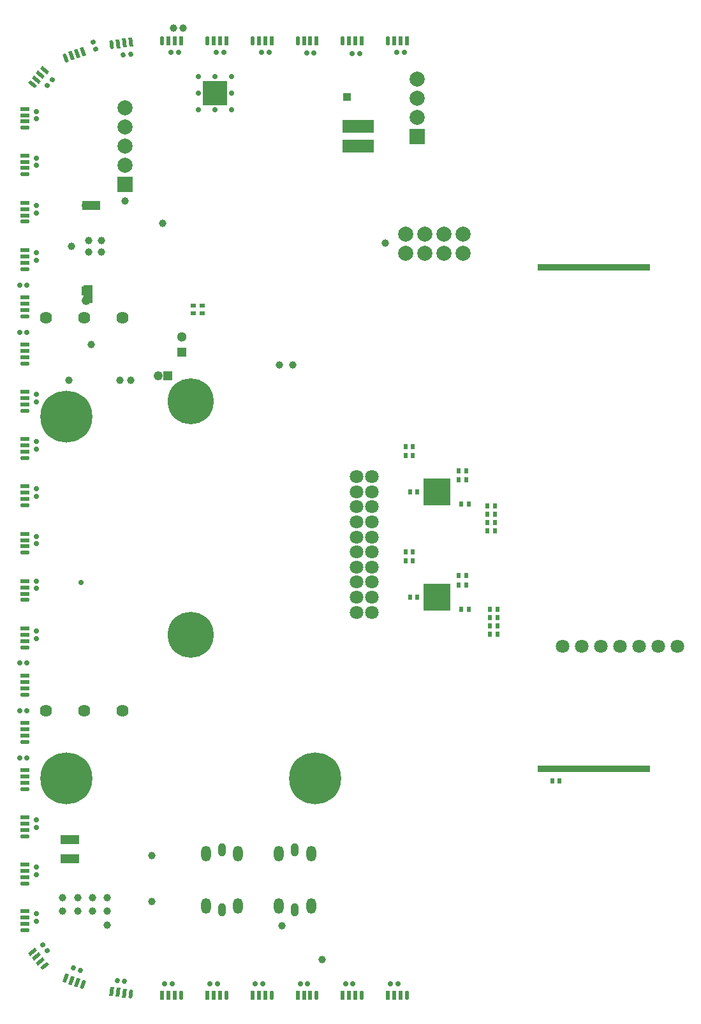
<source format=gbs>
G04*
G04 #@! TF.GenerationSoftware,Altium Limited,Altium Designer,24.8.2 (39)*
G04*
G04 Layer_Color=16711935*
%FSLAX43Y43*%
%MOMM*%
G71*
G04*
G04 #@! TF.SameCoordinates,7EB9D47B-AFC8-475C-A275-96F075C7C5C9*
G04*
G04*
G04 #@! TF.FilePolarity,Negative*
G04*
G01*
G75*
%ADD20R,3.100X1.700*%
G04:AMPARAMS|DCode=31|XSize=0.6mm|YSize=0.7mm|CornerRadius=0.175mm|HoleSize=0mm|Usage=FLASHONLY|Rotation=180.000|XOffset=0mm|YOffset=0mm|HoleType=Round|Shape=RoundedRectangle|*
%AMROUNDEDRECTD31*
21,1,0.600,0.350,0,0,180.0*
21,1,0.250,0.700,0,0,180.0*
1,1,0.350,-0.125,0.175*
1,1,0.350,0.125,0.175*
1,1,0.350,0.125,-0.175*
1,1,0.350,-0.125,-0.175*
%
%ADD31ROUNDEDRECTD31*%
G04:AMPARAMS|DCode=33|XSize=0.6mm|YSize=0.7mm|CornerRadius=0.175mm|HoleSize=0mm|Usage=FLASHONLY|Rotation=90.000|XOffset=0mm|YOffset=0mm|HoleType=Round|Shape=RoundedRectangle|*
%AMROUNDEDRECTD33*
21,1,0.600,0.350,0,0,90.0*
21,1,0.250,0.700,0,0,90.0*
1,1,0.350,0.175,0.125*
1,1,0.350,0.175,-0.125*
1,1,0.350,-0.175,-0.125*
1,1,0.350,-0.175,0.125*
%
%ADD33ROUNDEDRECTD33*%
%ADD40R,1.200X1.700*%
%ADD41R,0.350X1.600*%
%ADD42R,0.550X1.600*%
%ADD50R,0.600X0.700*%
%ADD51R,0.700X0.600*%
%ADD76O,1.000X1.800*%
%ADD77O,1.300X2.100*%
%ADD78C,6.900*%
%ADD79C,2.000*%
%ADD80R,2.000X2.000*%
%ADD81C,1.800*%
%ADD82C,0.950*%
%ADD83R,0.950X0.950*%
%ADD84C,1.300*%
%ADD85R,1.300X1.300*%
%ADD86C,1.000*%
%ADD87C,1.220*%
%ADD88R,1.220X1.220*%
%ADD89C,0.100*%
%ADD90C,1.624*%
%ADD91R,1.220X1.220*%
%ADD92C,6.100*%
%ADD93C,0.700*%
%ADD184R,1.125X1.125*%
%ADD185R,3.625X3.650*%
%ADD186R,3.200X3.175*%
%ADD187R,1.300X2.375*%
%ADD188R,2.375X1.300*%
%ADD189R,14.950X0.950*%
G04:AMPARAMS|DCode=190|XSize=0.6mm|YSize=0.7mm|CornerRadius=0.175mm|HoleSize=0mm|Usage=FLASHONLY|Rotation=230.000|XOffset=0mm|YOffset=0mm|HoleType=Round|Shape=RoundedRectangle|*
%AMROUNDEDRECTD190*
21,1,0.600,0.350,0,0,230.0*
21,1,0.250,0.700,0,0,230.0*
1,1,0.350,-0.214,0.017*
1,1,0.350,-0.054,0.208*
1,1,0.350,0.214,-0.017*
1,1,0.350,0.054,-0.208*
%
%ADD190ROUNDEDRECTD190*%
G04:AMPARAMS|DCode=191|XSize=0.6mm|YSize=0.7mm|CornerRadius=0.175mm|HoleSize=0mm|Usage=FLASHONLY|Rotation=290.000|XOffset=0mm|YOffset=0mm|HoleType=Round|Shape=RoundedRectangle|*
%AMROUNDEDRECTD191*
21,1,0.600,0.350,0,0,290.0*
21,1,0.250,0.700,0,0,290.0*
1,1,0.350,-0.122,-0.177*
1,1,0.350,-0.207,0.058*
1,1,0.350,0.122,0.177*
1,1,0.350,0.207,-0.058*
%
%ADD191ROUNDEDRECTD191*%
G04:AMPARAMS|DCode=192|XSize=0.6mm|YSize=0.7mm|CornerRadius=0.175mm|HoleSize=0mm|Usage=FLASHONLY|Rotation=187.000|XOffset=0mm|YOffset=0mm|HoleType=Round|Shape=RoundedRectangle|*
%AMROUNDEDRECTD192*
21,1,0.600,0.350,0,0,187.0*
21,1,0.250,0.700,0,0,187.0*
1,1,0.350,-0.145,0.158*
1,1,0.350,0.103,0.189*
1,1,0.350,0.145,-0.158*
1,1,0.350,-0.103,-0.189*
%
%ADD192ROUNDEDRECTD192*%
G04:AMPARAMS|DCode=193|XSize=0.6mm|YSize=0.7mm|CornerRadius=0.175mm|HoleSize=0mm|Usage=FLASHONLY|Rotation=353.000|XOffset=0mm|YOffset=0mm|HoleType=Round|Shape=RoundedRectangle|*
%AMROUNDEDRECTD193*
21,1,0.600,0.350,0,0,353.0*
21,1,0.250,0.700,0,0,353.0*
1,1,0.350,0.103,-0.189*
1,1,0.350,-0.145,-0.158*
1,1,0.350,-0.103,0.189*
1,1,0.350,0.145,0.158*
%
%ADD193ROUNDEDRECTD193*%
G04:AMPARAMS|DCode=194|XSize=0.6mm|YSize=0.7mm|CornerRadius=0.175mm|HoleSize=0mm|Usage=FLASHONLY|Rotation=340.000|XOffset=0mm|YOffset=0mm|HoleType=Round|Shape=RoundedRectangle|*
%AMROUNDEDRECTD194*
21,1,0.600,0.350,0,0,340.0*
21,1,0.250,0.700,0,0,340.0*
1,1,0.350,0.058,-0.207*
1,1,0.350,-0.177,-0.122*
1,1,0.350,-0.058,0.207*
1,1,0.350,0.177,0.122*
%
%ADD194ROUNDEDRECTD194*%
G04:AMPARAMS|DCode=195|XSize=0.6mm|YSize=0.7mm|CornerRadius=0.175mm|HoleSize=0mm|Usage=FLASHONLY|Rotation=310.000|XOffset=0mm|YOffset=0mm|HoleType=Round|Shape=RoundedRectangle|*
%AMROUNDEDRECTD195*
21,1,0.600,0.350,0,0,310.0*
21,1,0.250,0.700,0,0,310.0*
1,1,0.350,-0.054,-0.208*
1,1,0.350,-0.214,-0.017*
1,1,0.350,0.054,0.208*
1,1,0.350,0.214,0.017*
%
%ADD195ROUNDEDRECTD195*%
G04:AMPARAMS|DCode=196|XSize=1.19mm|YSize=0.5mm|CornerRadius=0mm|HoleSize=0mm|Usage=FLASHONLY|Rotation=320.000|XOffset=0mm|YOffset=0mm|HoleType=Round|Shape=Rectangle|*
%AMROTATEDRECTD196*
4,1,4,-0.616,0.191,-0.295,0.574,0.616,-0.191,0.295,-0.574,-0.616,0.191,0.0*
%
%ADD196ROTATEDRECTD196*%

G04:AMPARAMS|DCode=197|XSize=1.19mm|YSize=0.5mm|CornerRadius=0.15mm|HoleSize=0mm|Usage=FLASHONLY|Rotation=320.000|XOffset=0mm|YOffset=0mm|HoleType=Round|Shape=RoundedRectangle|*
%AMROUNDEDRECTD197*
21,1,1.190,0.200,0,0,320.0*
21,1,0.890,0.500,0,0,320.0*
1,1,0.300,0.277,-0.363*
1,1,0.300,-0.405,0.209*
1,1,0.300,-0.277,0.363*
1,1,0.300,0.405,-0.209*
%
%ADD197ROUNDEDRECTD197*%
%ADD198R,0.500X1.190*%
G04:AMPARAMS|DCode=199|XSize=1.19mm|YSize=0.5mm|CornerRadius=0.15mm|HoleSize=0mm|Usage=FLASHONLY|Rotation=90.000|XOffset=0mm|YOffset=0mm|HoleType=Round|Shape=RoundedRectangle|*
%AMROUNDEDRECTD199*
21,1,1.190,0.200,0,0,90.0*
21,1,0.890,0.500,0,0,90.0*
1,1,0.300,0.100,0.445*
1,1,0.300,0.100,-0.445*
1,1,0.300,-0.100,-0.445*
1,1,0.300,-0.100,0.445*
%
%ADD199ROUNDEDRECTD199*%
%ADD200R,1.190X0.500*%
G04:AMPARAMS|DCode=201|XSize=1.19mm|YSize=0.5mm|CornerRadius=0.15mm|HoleSize=0mm|Usage=FLASHONLY|Rotation=0.000|XOffset=0mm|YOffset=0mm|HoleType=Round|Shape=RoundedRectangle|*
%AMROUNDEDRECTD201*
21,1,1.190,0.200,0,0,0.0*
21,1,0.890,0.500,0,0,0.0*
1,1,0.300,0.445,-0.100*
1,1,0.300,-0.445,-0.100*
1,1,0.300,-0.445,0.100*
1,1,0.300,0.445,0.100*
%
%ADD201ROUNDEDRECTD201*%
G04:AMPARAMS|DCode=202|XSize=1.19mm|YSize=0.5mm|CornerRadius=0mm|HoleSize=0mm|Usage=FLASHONLY|Rotation=290.000|XOffset=0mm|YOffset=0mm|HoleType=Round|Shape=Rectangle|*
%AMROTATEDRECTD202*
4,1,4,-0.438,0.474,0.031,0.645,0.438,-0.474,-0.031,-0.645,-0.438,0.474,0.0*
%
%ADD202ROTATEDRECTD202*%

G04:AMPARAMS|DCode=203|XSize=1.19mm|YSize=0.5mm|CornerRadius=0.15mm|HoleSize=0mm|Usage=FLASHONLY|Rotation=290.000|XOffset=0mm|YOffset=0mm|HoleType=Round|Shape=RoundedRectangle|*
%AMROUNDEDRECTD203*
21,1,1.190,0.200,0,0,290.0*
21,1,0.890,0.500,0,0,290.0*
1,1,0.300,0.058,-0.452*
1,1,0.300,-0.246,0.384*
1,1,0.300,-0.058,0.452*
1,1,0.300,0.246,-0.384*
%
%ADD203ROUNDEDRECTD203*%
G04:AMPARAMS|DCode=204|XSize=1.19mm|YSize=0.5mm|CornerRadius=0mm|HoleSize=0mm|Usage=FLASHONLY|Rotation=277.000|XOffset=0mm|YOffset=0mm|HoleType=Round|Shape=Rectangle|*
%AMROTATEDRECTD204*
4,1,4,-0.321,0.560,0.176,0.621,0.321,-0.560,-0.176,-0.621,-0.321,0.560,0.0*
%
%ADD204ROTATEDRECTD204*%

G04:AMPARAMS|DCode=205|XSize=1.19mm|YSize=0.5mm|CornerRadius=0.15mm|HoleSize=0mm|Usage=FLASHONLY|Rotation=277.000|XOffset=0mm|YOffset=0mm|HoleType=Round|Shape=RoundedRectangle|*
%AMROUNDEDRECTD205*
21,1,1.190,0.200,0,0,277.0*
21,1,0.890,0.500,0,0,277.0*
1,1,0.300,-0.045,-0.454*
1,1,0.300,-0.153,0.430*
1,1,0.300,0.045,0.454*
1,1,0.300,0.153,-0.430*
%
%ADD205ROUNDEDRECTD205*%
G04:AMPARAMS|DCode=206|XSize=1.19mm|YSize=0.5mm|CornerRadius=0mm|HoleSize=0mm|Usage=FLASHONLY|Rotation=83.000|XOffset=0mm|YOffset=0mm|HoleType=Round|Shape=Rectangle|*
%AMROTATEDRECTD206*
4,1,4,0.176,-0.621,-0.321,-0.560,-0.176,0.621,0.321,0.560,0.176,-0.621,0.0*
%
%ADD206ROTATEDRECTD206*%

G04:AMPARAMS|DCode=207|XSize=1.19mm|YSize=0.5mm|CornerRadius=0.15mm|HoleSize=0mm|Usage=FLASHONLY|Rotation=83.000|XOffset=0mm|YOffset=0mm|HoleType=Round|Shape=RoundedRectangle|*
%AMROUNDEDRECTD207*
21,1,1.190,0.200,0,0,83.0*
21,1,0.890,0.500,0,0,83.0*
1,1,0.300,0.153,0.430*
1,1,0.300,0.045,-0.454*
1,1,0.300,-0.153,-0.430*
1,1,0.300,-0.045,0.454*
%
%ADD207ROUNDEDRECTD207*%
G04:AMPARAMS|DCode=208|XSize=1.19mm|YSize=0.5mm|CornerRadius=0mm|HoleSize=0mm|Usage=FLASHONLY|Rotation=70.000|XOffset=0mm|YOffset=0mm|HoleType=Round|Shape=Rectangle|*
%AMROTATEDRECTD208*
4,1,4,0.031,-0.645,-0.438,-0.474,-0.031,0.645,0.438,0.474,0.031,-0.645,0.0*
%
%ADD208ROTATEDRECTD208*%

G04:AMPARAMS|DCode=209|XSize=1.19mm|YSize=0.5mm|CornerRadius=0.15mm|HoleSize=0mm|Usage=FLASHONLY|Rotation=70.000|XOffset=0mm|YOffset=0mm|HoleType=Round|Shape=RoundedRectangle|*
%AMROUNDEDRECTD209*
21,1,1.190,0.200,0,0,70.0*
21,1,0.890,0.500,0,0,70.0*
1,1,0.300,0.246,0.384*
1,1,0.300,-0.058,-0.452*
1,1,0.300,-0.246,-0.384*
1,1,0.300,0.058,0.452*
%
%ADD209ROUNDEDRECTD209*%
G04:AMPARAMS|DCode=210|XSize=1.19mm|YSize=0.5mm|CornerRadius=0mm|HoleSize=0mm|Usage=FLASHONLY|Rotation=40.000|XOffset=0mm|YOffset=0mm|HoleType=Round|Shape=Rectangle|*
%AMROTATEDRECTD210*
4,1,4,-0.295,-0.574,-0.616,-0.191,0.295,0.574,0.616,0.191,-0.295,-0.574,0.0*
%
%ADD210ROTATEDRECTD210*%

G04:AMPARAMS|DCode=211|XSize=1.19mm|YSize=0.5mm|CornerRadius=0.15mm|HoleSize=0mm|Usage=FLASHONLY|Rotation=40.000|XOffset=0mm|YOffset=0mm|HoleType=Round|Shape=RoundedRectangle|*
%AMROUNDEDRECTD211*
21,1,1.190,0.200,0,0,40.0*
21,1,0.890,0.500,0,0,40.0*
1,1,0.300,0.405,0.209*
1,1,0.300,-0.277,-0.363*
1,1,0.300,-0.405,-0.209*
1,1,0.300,0.277,0.363*
%
%ADD211ROUNDEDRECTD211*%
D20*
X48300Y118800D02*
D03*
Y116200D02*
D03*
D31*
X53035Y5025D02*
D03*
X52035D02*
D03*
X47035D02*
D03*
X46035D02*
D03*
X41035D02*
D03*
X40035D02*
D03*
X35035D02*
D03*
X34035D02*
D03*
X3775Y91475D02*
D03*
X2775D02*
D03*
X22875Y128575D02*
D03*
X23875D02*
D03*
X29035Y5025D02*
D03*
X28035D02*
D03*
X3775Y97725D02*
D03*
X2775D02*
D03*
X28875Y128575D02*
D03*
X29875D02*
D03*
X23035Y5025D02*
D03*
X22035D02*
D03*
X34875Y128575D02*
D03*
X35875D02*
D03*
X3775Y47570D02*
D03*
X2775D02*
D03*
X40875Y128555D02*
D03*
X41875D02*
D03*
X3775Y41200D02*
D03*
X2775D02*
D03*
X46900Y128425D02*
D03*
X47900D02*
D03*
X3775Y34925D02*
D03*
X2775D02*
D03*
X52875Y128575D02*
D03*
X53875D02*
D03*
D33*
X5025Y13270D02*
D03*
Y14270D02*
D03*
Y69654D02*
D03*
Y70654D02*
D03*
Y19446D02*
D03*
Y20446D02*
D03*
Y75930D02*
D03*
Y76930D02*
D03*
Y25722D02*
D03*
Y26722D02*
D03*
Y82206D02*
D03*
Y83206D02*
D03*
Y63378D02*
D03*
Y64378D02*
D03*
X5050Y57450D02*
D03*
Y58450D02*
D03*
X5025Y50826D02*
D03*
Y51826D02*
D03*
Y101034D02*
D03*
Y102034D02*
D03*
Y107310D02*
D03*
Y108310D02*
D03*
Y113586D02*
D03*
Y114586D02*
D03*
Y119762D02*
D03*
Y120762D02*
D03*
D40*
X46250Y118800D02*
D03*
Y116200D02*
D03*
D41*
X48000Y118800D02*
D03*
Y116200D02*
D03*
D42*
X49500Y118800D02*
D03*
Y116200D02*
D03*
D50*
X74475Y31950D02*
D03*
X73475D02*
D03*
X65200Y51400D02*
D03*
X66200D02*
D03*
X64900Y65100D02*
D03*
X65900D02*
D03*
X65200Y54700D02*
D03*
X66200D02*
D03*
X64900Y68400D02*
D03*
X65900D02*
D03*
X61100Y57900D02*
D03*
X62100D02*
D03*
X61100Y71900D02*
D03*
X62100D02*
D03*
X61400Y54700D02*
D03*
X62400D02*
D03*
X54000Y61100D02*
D03*
X55000D02*
D03*
X61400Y68700D02*
D03*
X62400D02*
D03*
X54000Y75100D02*
D03*
X55000D02*
D03*
X54000Y62300D02*
D03*
X55000D02*
D03*
X66200Y53600D02*
D03*
X65200D02*
D03*
X66200Y52500D02*
D03*
X65200D02*
D03*
X54000Y76300D02*
D03*
X55000D02*
D03*
X65900Y67300D02*
D03*
X64900D02*
D03*
X65900Y66200D02*
D03*
X64900D02*
D03*
X61100Y59200D02*
D03*
X62100D02*
D03*
X61100Y73100D02*
D03*
X62100D02*
D03*
X55600Y56300D02*
D03*
X54600D02*
D03*
X55600Y70300D02*
D03*
X54600D02*
D03*
D51*
X25850Y94975D02*
D03*
Y93975D02*
D03*
X27025Y94975D02*
D03*
Y93975D02*
D03*
D76*
X39330Y22750D02*
D03*
Y14850D02*
D03*
X29655D02*
D03*
Y22750D02*
D03*
D77*
X41480Y15350D02*
D03*
Y22250D02*
D03*
X37180D02*
D03*
Y15350D02*
D03*
X27505D02*
D03*
Y22250D02*
D03*
X31805D02*
D03*
Y15350D02*
D03*
D78*
X9018Y80250D02*
D03*
Y32250D02*
D03*
X42000D02*
D03*
D79*
X55525Y125060D02*
D03*
Y122520D02*
D03*
Y119980D02*
D03*
X61620Y101960D02*
D03*
Y104500D02*
D03*
X54000Y101960D02*
D03*
X56540D02*
D03*
X59080D02*
D03*
Y104500D02*
D03*
X56540D02*
D03*
X54000D02*
D03*
X16800Y113660D02*
D03*
Y116200D02*
D03*
Y118740D02*
D03*
Y121280D02*
D03*
D80*
X55525Y117440D02*
D03*
X16800Y111120D02*
D03*
D81*
X90120Y49775D02*
D03*
X87580D02*
D03*
X85040D02*
D03*
X79960D02*
D03*
X82500D02*
D03*
X77420D02*
D03*
X74880D02*
D03*
X47553Y54298D02*
D03*
X49553D02*
D03*
X47553Y56298D02*
D03*
X49553D02*
D03*
X47553Y58298D02*
D03*
X49553D02*
D03*
X47553Y60298D02*
D03*
X49553D02*
D03*
X47553Y62298D02*
D03*
X49553D02*
D03*
X47553Y64298D02*
D03*
X49553D02*
D03*
X47553Y66298D02*
D03*
X49553D02*
D03*
X47553Y68298D02*
D03*
X49553D02*
D03*
X47553Y70298D02*
D03*
X49553D02*
D03*
X47553Y72298D02*
D03*
X49553D02*
D03*
D82*
X76000Y33500D02*
D03*
X75000D02*
D03*
X74000D02*
D03*
X73000D02*
D03*
X72000D02*
D03*
X77000D02*
D03*
X85000D02*
D03*
X84000D02*
D03*
X83000D02*
D03*
X82000D02*
D03*
X81000D02*
D03*
X80000D02*
D03*
X79000D02*
D03*
X78000D02*
D03*
X82000Y100096D02*
D03*
X83000D02*
D03*
X84000D02*
D03*
X85000D02*
D03*
X86000D02*
D03*
X81000D02*
D03*
X73000D02*
D03*
X74000D02*
D03*
X75000D02*
D03*
X76000D02*
D03*
X77000D02*
D03*
X78000D02*
D03*
X79000D02*
D03*
X80000D02*
D03*
D83*
X86000Y33500D02*
D03*
X72000Y100096D02*
D03*
D84*
X24325Y90825D02*
D03*
D85*
Y88825D02*
D03*
D86*
X24525Y131850D02*
D03*
X23175D02*
D03*
X11950Y103600D02*
D03*
X13625Y103600D02*
D03*
X11950Y102075D02*
D03*
X13625D02*
D03*
X9325Y85075D02*
D03*
X9650Y102837D02*
D03*
X14400Y16450D02*
D03*
Y14675D02*
D03*
X51325Y103250D02*
D03*
X21800Y105950D02*
D03*
X12300Y89850D02*
D03*
X14400Y12800D02*
D03*
X16800Y108850D02*
D03*
X20300Y15900D02*
D03*
Y22000D02*
D03*
X37650Y12675D02*
D03*
X42975Y8200D02*
D03*
X12442Y14675D02*
D03*
Y16450D02*
D03*
X10483Y14675D02*
D03*
Y16450D02*
D03*
X8525Y14675D02*
D03*
Y16450D02*
D03*
X37300Y87125D02*
D03*
X39075D02*
D03*
X16100Y85075D02*
D03*
X17575D02*
D03*
D87*
X11630Y108275D02*
D03*
X10100Y24125D02*
D03*
X10125Y21575D02*
D03*
X21155Y85650D02*
D03*
X11600Y95670D02*
D03*
D88*
X12900Y108275D02*
D03*
X8830Y24125D02*
D03*
X8855Y21575D02*
D03*
X22425Y85650D02*
D03*
D89*
X19825Y130525D02*
D03*
X11725Y125275D02*
D03*
D90*
X6270Y41195D02*
D03*
X16430D02*
D03*
X11350D02*
D03*
X6270Y93395D02*
D03*
X16430D02*
D03*
X11350D02*
D03*
D91*
X11600Y96940D02*
D03*
D92*
X25509Y51302D02*
D03*
X25509Y82302D02*
D03*
D93*
X26500Y125375D02*
D03*
X28700D02*
D03*
X30900D02*
D03*
X27600Y124275D02*
D03*
X29800D02*
D03*
X26500Y123175D02*
D03*
X28700D02*
D03*
X30900D02*
D03*
X27600Y122075D02*
D03*
X29800D02*
D03*
X26500Y120975D02*
D03*
X28700D02*
D03*
X30900D02*
D03*
X10975Y58250D02*
D03*
X46275Y122650D02*
D03*
D184*
X46263Y122662D02*
D03*
D185*
X58188Y56300D02*
D03*
Y70300D02*
D03*
D186*
X28700Y123162D02*
D03*
D187*
X11875Y96518D02*
D03*
D188*
X12262Y108275D02*
D03*
X9488Y21575D02*
D03*
X9462Y24125D02*
D03*
D189*
X79000Y100096D02*
D03*
X79000Y33500D02*
D03*
D190*
X6482Y124234D02*
D03*
X7125Y125000D02*
D03*
D191*
X12875Y129025D02*
D03*
X12533Y129965D02*
D03*
D192*
X16510Y128233D02*
D03*
X17502Y128355D02*
D03*
D193*
X16720Y5323D02*
D03*
X15727Y5445D02*
D03*
D194*
X10822Y6802D02*
D03*
X9882Y7144D02*
D03*
D195*
X6475Y9375D02*
D03*
X5832Y10141D02*
D03*
D196*
X6085Y126265D02*
D03*
X5545Y125622D02*
D03*
X5005Y124978D02*
D03*
D197*
X4465Y124335D02*
D03*
D198*
X51695Y3500D02*
D03*
X52535Y3500D02*
D03*
X53375Y3500D02*
D03*
X45695Y3500D02*
D03*
X46535Y3500D02*
D03*
X47375Y3500D02*
D03*
X39695Y3500D02*
D03*
X40535Y3500D02*
D03*
X41375Y3500D02*
D03*
X33695Y3500D02*
D03*
X34535Y3500D02*
D03*
X35375Y3500D02*
D03*
X24215Y130100D02*
D03*
X23375Y130100D02*
D03*
X22535Y130100D02*
D03*
X27695Y3500D02*
D03*
X28535Y3500D02*
D03*
X29375Y3500D02*
D03*
X30215Y130100D02*
D03*
X29375Y130100D02*
D03*
X28535Y130100D02*
D03*
X21695Y3500D02*
D03*
X22535Y3500D02*
D03*
X23375Y3500D02*
D03*
X36215Y130100D02*
D03*
X35375Y130100D02*
D03*
X34535Y130100D02*
D03*
X42215Y130100D02*
D03*
X41375Y130100D02*
D03*
X40535Y130100D02*
D03*
X48215Y130100D02*
D03*
X47375Y130100D02*
D03*
X46535Y130100D02*
D03*
X54215Y130100D02*
D03*
X53375Y130100D02*
D03*
X52535Y130100D02*
D03*
D199*
X54215Y3500D02*
D03*
X48215D02*
D03*
X42215D02*
D03*
X36215D02*
D03*
X21695Y130100D02*
D03*
X30215Y3500D02*
D03*
X27695Y130100D02*
D03*
X24215Y3500D02*
D03*
X33695Y130100D02*
D03*
X39695D02*
D03*
X45695D02*
D03*
X51695D02*
D03*
D200*
X3500Y14610D02*
D03*
X3500Y13770D02*
D03*
X3500Y12930D02*
D03*
X3500Y70994D02*
D03*
X3500Y70154D02*
D03*
X3500Y69314D02*
D03*
X3500Y20786D02*
D03*
X3500Y19946D02*
D03*
X3500Y19106D02*
D03*
X3500Y77270D02*
D03*
X3500Y76430D02*
D03*
X3500Y75590D02*
D03*
X3500Y27062D02*
D03*
X3500Y26222D02*
D03*
X3500Y25382D02*
D03*
X3500Y83546D02*
D03*
X3500Y82706D02*
D03*
X3500Y81866D02*
D03*
X3500Y33338D02*
D03*
X3500Y32498D02*
D03*
X3500Y31658D02*
D03*
X3500Y89822D02*
D03*
X3500Y88982D02*
D03*
X3500Y88142D02*
D03*
X3500Y39614D02*
D03*
X3500Y38774D02*
D03*
X3500Y37934D02*
D03*
X3500Y96098D02*
D03*
X3500Y95258D02*
D03*
X3500Y94418D02*
D03*
X3500Y45890D02*
D03*
X3500Y45050D02*
D03*
X3500Y44210D02*
D03*
X3500Y102374D02*
D03*
X3500Y101534D02*
D03*
X3500Y100694D02*
D03*
X3500Y52166D02*
D03*
X3500Y51326D02*
D03*
X3500Y50486D02*
D03*
X3500Y108650D02*
D03*
X3500Y107810D02*
D03*
X3500Y106970D02*
D03*
X3500Y58442D02*
D03*
X3500Y57602D02*
D03*
X3500Y56762D02*
D03*
X3500Y114926D02*
D03*
X3500Y114086D02*
D03*
X3500Y113246D02*
D03*
X3500Y64718D02*
D03*
X3500Y63878D02*
D03*
X3500Y63038D02*
D03*
X3500Y121102D02*
D03*
X3500Y120262D02*
D03*
X3500Y119422D02*
D03*
D201*
X3500Y12090D02*
D03*
Y68474D02*
D03*
Y18266D02*
D03*
Y74750D02*
D03*
Y24542D02*
D03*
Y81026D02*
D03*
Y30818D02*
D03*
Y87302D02*
D03*
Y37094D02*
D03*
Y93578D02*
D03*
Y43370D02*
D03*
Y99854D02*
D03*
Y49646D02*
D03*
Y106130D02*
D03*
Y55922D02*
D03*
Y112406D02*
D03*
Y62198D02*
D03*
Y118582D02*
D03*
D202*
X11234Y128731D02*
D03*
X10445Y128444D02*
D03*
X9655Y128156D02*
D03*
D203*
X8866Y127869D02*
D03*
D204*
X17534Y129953D02*
D03*
X16700Y129850D02*
D03*
X15866Y129748D02*
D03*
D205*
X15032Y129645D02*
D03*
D206*
X15033Y3955D02*
D03*
X15866Y3852D02*
D03*
X16700Y3750D02*
D03*
D207*
X17534Y3648D02*
D03*
D208*
X8866Y5731D02*
D03*
X9655Y5444D02*
D03*
X10445Y5156D02*
D03*
D209*
X11234Y4869D02*
D03*
D210*
X4465Y9265D02*
D03*
X5005Y8622D02*
D03*
X5545Y7978D02*
D03*
D211*
X6085Y7335D02*
D03*
M02*

</source>
